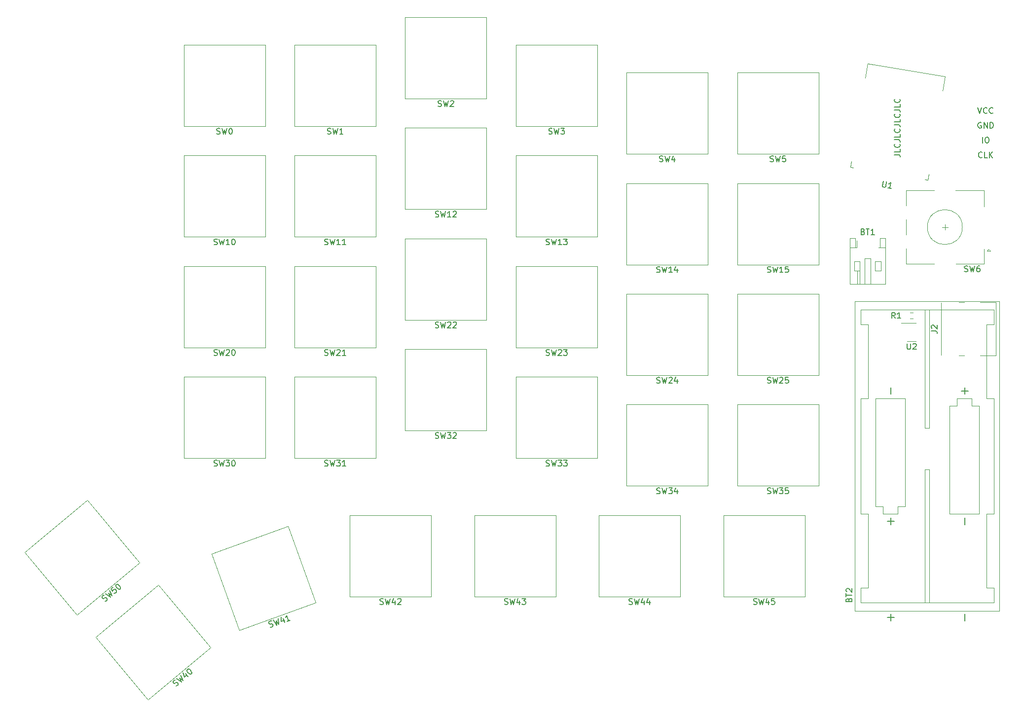
<source format=gbr>
G04 #@! TF.GenerationSoftware,KiCad,Pcbnew,(5.99.0-10089-gf88d39b4f0)*
G04 #@! TF.CreationDate,2021-04-09T11:44:42+02:00*
G04 #@! TF.ProjectId,blackwing,626c6163-6b77-4696-9e67-2e6b69636164,rev?*
G04 #@! TF.SameCoordinates,Original*
G04 #@! TF.FileFunction,Legend,Top*
G04 #@! TF.FilePolarity,Positive*
%FSLAX46Y46*%
G04 Gerber Fmt 4.6, Leading zero omitted, Abs format (unit mm)*
G04 Created by KiCad (PCBNEW (5.99.0-10089-gf88d39b4f0)) date 2021-04-09 11:44:42*
%MOMM*%
%LPD*%
G01*
G04 APERTURE LIST*
%ADD10C,0.150000*%
%ADD11C,0.120000*%
G04 APERTURE END LIST*
D10*
X149514380Y-17151547D02*
X150228666Y-17151547D01*
X150371523Y-17199166D01*
X150466761Y-17294404D01*
X150514380Y-17437261D01*
X150514380Y-17532500D01*
X150514380Y-16199166D02*
X150514380Y-16675357D01*
X149514380Y-16675357D01*
X150419142Y-15294404D02*
X150466761Y-15342023D01*
X150514380Y-15484880D01*
X150514380Y-15580119D01*
X150466761Y-15722976D01*
X150371523Y-15818214D01*
X150276285Y-15865833D01*
X150085809Y-15913452D01*
X149942952Y-15913452D01*
X149752476Y-15865833D01*
X149657238Y-15818214D01*
X149562000Y-15722976D01*
X149514380Y-15580119D01*
X149514380Y-15484880D01*
X149562000Y-15342023D01*
X149609619Y-15294404D01*
X149514380Y-14580119D02*
X150228666Y-14580119D01*
X150371523Y-14627738D01*
X150466761Y-14722976D01*
X150514380Y-14865833D01*
X150514380Y-14961071D01*
X150514380Y-13627738D02*
X150514380Y-14103928D01*
X149514380Y-14103928D01*
X150419142Y-12722976D02*
X150466761Y-12770595D01*
X150514380Y-12913452D01*
X150514380Y-13008690D01*
X150466761Y-13151547D01*
X150371523Y-13246785D01*
X150276285Y-13294404D01*
X150085809Y-13342023D01*
X149942952Y-13342023D01*
X149752476Y-13294404D01*
X149657238Y-13246785D01*
X149562000Y-13151547D01*
X149514380Y-13008690D01*
X149514380Y-12913452D01*
X149562000Y-12770595D01*
X149609619Y-12722976D01*
X149514380Y-12008690D02*
X150228666Y-12008690D01*
X150371523Y-12056309D01*
X150466761Y-12151547D01*
X150514380Y-12294404D01*
X150514380Y-12389642D01*
X150514380Y-11056309D02*
X150514380Y-11532500D01*
X149514380Y-11532500D01*
X150419142Y-10151547D02*
X150466761Y-10199166D01*
X150514380Y-10342023D01*
X150514380Y-10437261D01*
X150466761Y-10580119D01*
X150371523Y-10675357D01*
X150276285Y-10722976D01*
X150085809Y-10770595D01*
X149942952Y-10770595D01*
X149752476Y-10722976D01*
X149657238Y-10675357D01*
X149562000Y-10580119D01*
X149514380Y-10437261D01*
X149514380Y-10342023D01*
X149562000Y-10199166D01*
X149609619Y-10151547D01*
X149514380Y-9437261D02*
X150228666Y-9437261D01*
X150371523Y-9484880D01*
X150466761Y-9580119D01*
X150514380Y-9722976D01*
X150514380Y-9818214D01*
X150514380Y-8484880D02*
X150514380Y-8961071D01*
X149514380Y-8961071D01*
X150419142Y-7580119D02*
X150466761Y-7627738D01*
X150514380Y-7770595D01*
X150514380Y-7865833D01*
X150466761Y-8008690D01*
X150371523Y-8103928D01*
X150276285Y-8151547D01*
X150085809Y-8199166D01*
X149942952Y-8199166D01*
X149752476Y-8151547D01*
X149657238Y-8103928D01*
X149562000Y-8008690D01*
X149514380Y-7865833D01*
X149514380Y-7770595D01*
X149562000Y-7627738D01*
X149609619Y-7580119D01*
X127730476Y-75321261D02*
X127873333Y-75368880D01*
X128111428Y-75368880D01*
X128206666Y-75321261D01*
X128254285Y-75273642D01*
X128301904Y-75178404D01*
X128301904Y-75083166D01*
X128254285Y-74987928D01*
X128206666Y-74940309D01*
X128111428Y-74892690D01*
X127920952Y-74845071D01*
X127825714Y-74797452D01*
X127778095Y-74749833D01*
X127730476Y-74654595D01*
X127730476Y-74559357D01*
X127778095Y-74464119D01*
X127825714Y-74416500D01*
X127920952Y-74368880D01*
X128159047Y-74368880D01*
X128301904Y-74416500D01*
X128635238Y-74368880D02*
X128873333Y-75368880D01*
X129063809Y-74654595D01*
X129254285Y-75368880D01*
X129492380Y-74368880D01*
X129778095Y-74368880D02*
X130397142Y-74368880D01*
X130063809Y-74749833D01*
X130206666Y-74749833D01*
X130301904Y-74797452D01*
X130349523Y-74845071D01*
X130397142Y-74940309D01*
X130397142Y-75178404D01*
X130349523Y-75273642D01*
X130301904Y-75321261D01*
X130206666Y-75368880D01*
X129920952Y-75368880D01*
X129825714Y-75321261D01*
X129778095Y-75273642D01*
X131301904Y-74368880D02*
X130825714Y-74368880D01*
X130778095Y-74845071D01*
X130825714Y-74797452D01*
X130920952Y-74749833D01*
X131159047Y-74749833D01*
X131254285Y-74797452D01*
X131301904Y-74845071D01*
X131349523Y-74940309D01*
X131349523Y-75178404D01*
X131301904Y-75273642D01*
X131254285Y-75321261D01*
X131159047Y-75368880D01*
X130920952Y-75368880D01*
X130825714Y-75321261D01*
X130778095Y-75273642D01*
X14024759Y-93819713D02*
X14164803Y-93764364D01*
X14347194Y-93611319D01*
X14389542Y-93513623D01*
X14395411Y-93446536D01*
X14370672Y-93342970D01*
X14309454Y-93270014D01*
X14211758Y-93227666D01*
X14144670Y-93221797D01*
X14041105Y-93246536D01*
X13864583Y-93332494D01*
X13761017Y-93357233D01*
X13693930Y-93351364D01*
X13596234Y-93309016D01*
X13535016Y-93236060D01*
X13510276Y-93132494D01*
X13516146Y-93065407D01*
X13558493Y-92967711D01*
X13740885Y-92814666D01*
X13880929Y-92759318D01*
X14105668Y-92508577D02*
X14930847Y-93121576D01*
X14617626Y-92451966D01*
X15222674Y-92876705D01*
X14762277Y-91957616D01*
X15418887Y-91406655D02*
X15054104Y-91712744D01*
X15323715Y-92108136D01*
X15329584Y-92041049D01*
X15371932Y-91943353D01*
X15554324Y-91790308D01*
X15657889Y-91765569D01*
X15724976Y-91771438D01*
X15822672Y-91813786D01*
X15975717Y-91996177D01*
X16000457Y-92099743D01*
X15994587Y-92166830D01*
X15952240Y-92264526D01*
X15769848Y-92417571D01*
X15666283Y-92442311D01*
X15599195Y-92436441D01*
X15929583Y-90978130D02*
X16002540Y-90916912D01*
X16106105Y-90892173D01*
X16173193Y-90898042D01*
X16270889Y-90940390D01*
X16429803Y-91055694D01*
X16582848Y-91238085D01*
X16668805Y-91414608D01*
X16693545Y-91518173D01*
X16687675Y-91585260D01*
X16645327Y-91682957D01*
X16572371Y-91744174D01*
X16468805Y-91768914D01*
X16401718Y-91763045D01*
X16304022Y-91720697D01*
X16145108Y-91605393D01*
X15992063Y-91423001D01*
X15906106Y-91246479D01*
X15881366Y-91142913D01*
X15887236Y-91075826D01*
X15929583Y-90978130D01*
X103980476Y-94321261D02*
X104123333Y-94368880D01*
X104361428Y-94368880D01*
X104456666Y-94321261D01*
X104504285Y-94273642D01*
X104551904Y-94178404D01*
X104551904Y-94083166D01*
X104504285Y-93987928D01*
X104456666Y-93940309D01*
X104361428Y-93892690D01*
X104170952Y-93845071D01*
X104075714Y-93797452D01*
X104028095Y-93749833D01*
X103980476Y-93654595D01*
X103980476Y-93559357D01*
X104028095Y-93464119D01*
X104075714Y-93416500D01*
X104170952Y-93368880D01*
X104409047Y-93368880D01*
X104551904Y-93416500D01*
X104885238Y-93368880D02*
X105123333Y-94368880D01*
X105313809Y-93654595D01*
X105504285Y-94368880D01*
X105742380Y-93368880D01*
X106551904Y-93702214D02*
X106551904Y-94368880D01*
X106313809Y-93321261D02*
X106075714Y-94035547D01*
X106694761Y-94035547D01*
X107504285Y-93702214D02*
X107504285Y-94368880D01*
X107266190Y-93321261D02*
X107028095Y-94035547D01*
X107647142Y-94035547D01*
X108730476Y-75321261D02*
X108873333Y-75368880D01*
X109111428Y-75368880D01*
X109206666Y-75321261D01*
X109254285Y-75273642D01*
X109301904Y-75178404D01*
X109301904Y-75083166D01*
X109254285Y-74987928D01*
X109206666Y-74940309D01*
X109111428Y-74892690D01*
X108920952Y-74845071D01*
X108825714Y-74797452D01*
X108778095Y-74749833D01*
X108730476Y-74654595D01*
X108730476Y-74559357D01*
X108778095Y-74464119D01*
X108825714Y-74416500D01*
X108920952Y-74368880D01*
X109159047Y-74368880D01*
X109301904Y-74416500D01*
X109635238Y-74368880D02*
X109873333Y-75368880D01*
X110063809Y-74654595D01*
X110254285Y-75368880D01*
X110492380Y-74368880D01*
X110778095Y-74368880D02*
X111397142Y-74368880D01*
X111063809Y-74749833D01*
X111206666Y-74749833D01*
X111301904Y-74797452D01*
X111349523Y-74845071D01*
X111397142Y-74940309D01*
X111397142Y-75178404D01*
X111349523Y-75273642D01*
X111301904Y-75321261D01*
X111206666Y-75368880D01*
X110920952Y-75368880D01*
X110825714Y-75321261D01*
X110778095Y-75273642D01*
X112254285Y-74702214D02*
X112254285Y-75368880D01*
X112016190Y-74321261D02*
X111778095Y-75035547D01*
X112397142Y-75035547D01*
X26237309Y-108374539D02*
X26377353Y-108319190D01*
X26559744Y-108166145D01*
X26602092Y-108068449D01*
X26607961Y-108001362D01*
X26583222Y-107897796D01*
X26522004Y-107824840D01*
X26424308Y-107782492D01*
X26357220Y-107776623D01*
X26253655Y-107801362D01*
X26077133Y-107887320D01*
X25973567Y-107912059D01*
X25906480Y-107906190D01*
X25808784Y-107863842D01*
X25747566Y-107790886D01*
X25722826Y-107687320D01*
X25728696Y-107620233D01*
X25771043Y-107522537D01*
X25953435Y-107369492D01*
X26093479Y-107314144D01*
X26318218Y-107063403D02*
X27143397Y-107676402D01*
X26830176Y-107006792D01*
X27435224Y-107431531D01*
X26974827Y-106512442D01*
X27809221Y-106247438D02*
X28237746Y-106758134D01*
X27381958Y-106108656D02*
X27658701Y-106808876D01*
X28132919Y-106410960D01*
X28142133Y-105532956D02*
X28215090Y-105471738D01*
X28318655Y-105446999D01*
X28385743Y-105452868D01*
X28483439Y-105495216D01*
X28642353Y-105610520D01*
X28795398Y-105792911D01*
X28881355Y-105969434D01*
X28906095Y-106072999D01*
X28900225Y-106140086D01*
X28857877Y-106237783D01*
X28784921Y-106299000D01*
X28681355Y-106323740D01*
X28614268Y-106317871D01*
X28516572Y-106275523D01*
X28357658Y-106160219D01*
X28204613Y-105977827D01*
X28118656Y-105801305D01*
X28093916Y-105697739D01*
X28099786Y-105630652D01*
X28142133Y-105532956D01*
X42385420Y-98262885D02*
X42535949Y-98258772D01*
X42759685Y-98177339D01*
X42832893Y-98100018D01*
X42861353Y-98038984D01*
X42873527Y-97933203D01*
X42840954Y-97843708D01*
X42763633Y-97770501D01*
X42702599Y-97742040D01*
X42596818Y-97729866D01*
X42401542Y-97750265D01*
X42295761Y-97738092D01*
X42234727Y-97709631D01*
X42157407Y-97636423D01*
X42124833Y-97546929D01*
X42137007Y-97441147D01*
X42165468Y-97380113D01*
X42238676Y-97302793D01*
X42462412Y-97221359D01*
X42612940Y-97217247D01*
X42909885Y-97058493D02*
X43475641Y-97916752D01*
X43410330Y-97180396D01*
X43833619Y-97786459D01*
X43715335Y-96765333D01*
X44590046Y-96801690D02*
X44818059Y-97428152D01*
X44236016Y-96525145D02*
X44256580Y-97277788D01*
X44838294Y-97066061D01*
X45802499Y-97069845D02*
X45265532Y-97265285D01*
X45534015Y-97167565D02*
X45191995Y-96227872D01*
X45151361Y-96394688D01*
X45094440Y-96516755D01*
X45021232Y-96594076D01*
X61230476Y-94321261D02*
X61373333Y-94368880D01*
X61611428Y-94368880D01*
X61706666Y-94321261D01*
X61754285Y-94273642D01*
X61801904Y-94178404D01*
X61801904Y-94083166D01*
X61754285Y-93987928D01*
X61706666Y-93940309D01*
X61611428Y-93892690D01*
X61420952Y-93845071D01*
X61325714Y-93797452D01*
X61278095Y-93749833D01*
X61230476Y-93654595D01*
X61230476Y-93559357D01*
X61278095Y-93464119D01*
X61325714Y-93416500D01*
X61420952Y-93368880D01*
X61659047Y-93368880D01*
X61801904Y-93416500D01*
X62135238Y-93368880D02*
X62373333Y-94368880D01*
X62563809Y-93654595D01*
X62754285Y-94368880D01*
X62992380Y-93368880D01*
X63801904Y-93702214D02*
X63801904Y-94368880D01*
X63563809Y-93321261D02*
X63325714Y-94035547D01*
X63944761Y-94035547D01*
X64278095Y-93464119D02*
X64325714Y-93416500D01*
X64420952Y-93368880D01*
X64659047Y-93368880D01*
X64754285Y-93416500D01*
X64801904Y-93464119D01*
X64849523Y-93559357D01*
X64849523Y-93654595D01*
X64801904Y-93797452D01*
X64230476Y-94368880D01*
X64849523Y-94368880D01*
X82605476Y-94321261D02*
X82748333Y-94368880D01*
X82986428Y-94368880D01*
X83081666Y-94321261D01*
X83129285Y-94273642D01*
X83176904Y-94178404D01*
X83176904Y-94083166D01*
X83129285Y-93987928D01*
X83081666Y-93940309D01*
X82986428Y-93892690D01*
X82795952Y-93845071D01*
X82700714Y-93797452D01*
X82653095Y-93749833D01*
X82605476Y-93654595D01*
X82605476Y-93559357D01*
X82653095Y-93464119D01*
X82700714Y-93416500D01*
X82795952Y-93368880D01*
X83034047Y-93368880D01*
X83176904Y-93416500D01*
X83510238Y-93368880D02*
X83748333Y-94368880D01*
X83938809Y-93654595D01*
X84129285Y-94368880D01*
X84367380Y-93368880D01*
X85176904Y-93702214D02*
X85176904Y-94368880D01*
X84938809Y-93321261D02*
X84700714Y-94035547D01*
X85319761Y-94035547D01*
X85605476Y-93368880D02*
X86224523Y-93368880D01*
X85891190Y-93749833D01*
X86034047Y-93749833D01*
X86129285Y-93797452D01*
X86176904Y-93845071D01*
X86224523Y-93940309D01*
X86224523Y-94178404D01*
X86176904Y-94273642D01*
X86129285Y-94321261D01*
X86034047Y-94368880D01*
X85748333Y-94368880D01*
X85653095Y-94321261D01*
X85605476Y-94273642D01*
X125355476Y-94321261D02*
X125498333Y-94368880D01*
X125736428Y-94368880D01*
X125831666Y-94321261D01*
X125879285Y-94273642D01*
X125926904Y-94178404D01*
X125926904Y-94083166D01*
X125879285Y-93987928D01*
X125831666Y-93940309D01*
X125736428Y-93892690D01*
X125545952Y-93845071D01*
X125450714Y-93797452D01*
X125403095Y-93749833D01*
X125355476Y-93654595D01*
X125355476Y-93559357D01*
X125403095Y-93464119D01*
X125450714Y-93416500D01*
X125545952Y-93368880D01*
X125784047Y-93368880D01*
X125926904Y-93416500D01*
X126260238Y-93368880D02*
X126498333Y-94368880D01*
X126688809Y-93654595D01*
X126879285Y-94368880D01*
X127117380Y-93368880D01*
X127926904Y-93702214D02*
X127926904Y-94368880D01*
X127688809Y-93321261D02*
X127450714Y-94035547D01*
X128069761Y-94035547D01*
X128926904Y-93368880D02*
X128450714Y-93368880D01*
X128403095Y-93845071D01*
X128450714Y-93797452D01*
X128545952Y-93749833D01*
X128784047Y-93749833D01*
X128879285Y-93797452D01*
X128926904Y-93845071D01*
X128974523Y-93940309D01*
X128974523Y-94178404D01*
X128926904Y-94273642D01*
X128879285Y-94321261D01*
X128784047Y-94368880D01*
X128545952Y-94368880D01*
X128450714Y-94321261D01*
X128403095Y-94273642D01*
X164656190Y-15152880D02*
X164656190Y-14152880D01*
X165322857Y-14152880D02*
X165513333Y-14152880D01*
X165608571Y-14200500D01*
X165703809Y-14295738D01*
X165751428Y-14486214D01*
X165751428Y-14819547D01*
X165703809Y-15010023D01*
X165608571Y-15105261D01*
X165513333Y-15152880D01*
X165322857Y-15152880D01*
X165227619Y-15105261D01*
X165132380Y-15010023D01*
X165084761Y-14819547D01*
X165084761Y-14486214D01*
X165132380Y-14295738D01*
X165227619Y-14200500D01*
X165322857Y-14152880D01*
X164584761Y-17597642D02*
X164537142Y-17645261D01*
X164394285Y-17692880D01*
X164299047Y-17692880D01*
X164156190Y-17645261D01*
X164060952Y-17550023D01*
X164013333Y-17454785D01*
X163965714Y-17264309D01*
X163965714Y-17121452D01*
X164013333Y-16930976D01*
X164060952Y-16835738D01*
X164156190Y-16740500D01*
X164299047Y-16692880D01*
X164394285Y-16692880D01*
X164537142Y-16740500D01*
X164584761Y-16788119D01*
X165489523Y-17692880D02*
X165013333Y-17692880D01*
X165013333Y-16692880D01*
X165822857Y-17692880D02*
X165822857Y-16692880D01*
X166394285Y-17692880D02*
X165965714Y-17121452D01*
X166394285Y-16692880D02*
X165822857Y-17264309D01*
X164418095Y-11660500D02*
X164322857Y-11612880D01*
X164180000Y-11612880D01*
X164037142Y-11660500D01*
X163941904Y-11755738D01*
X163894285Y-11850976D01*
X163846666Y-12041452D01*
X163846666Y-12184309D01*
X163894285Y-12374785D01*
X163941904Y-12470023D01*
X164037142Y-12565261D01*
X164180000Y-12612880D01*
X164275238Y-12612880D01*
X164418095Y-12565261D01*
X164465714Y-12517642D01*
X164465714Y-12184309D01*
X164275238Y-12184309D01*
X164894285Y-12612880D02*
X164894285Y-11612880D01*
X165465714Y-12612880D01*
X165465714Y-11612880D01*
X165941904Y-12612880D02*
X165941904Y-11612880D01*
X166180000Y-11612880D01*
X166322857Y-11660500D01*
X166418095Y-11755738D01*
X166465714Y-11850976D01*
X166513333Y-12041452D01*
X166513333Y-12184309D01*
X166465714Y-12374785D01*
X166418095Y-12470023D01*
X166322857Y-12565261D01*
X166180000Y-12612880D01*
X165941904Y-12612880D01*
X163846666Y-9072880D02*
X164180000Y-10072880D01*
X164513333Y-9072880D01*
X165418095Y-9977642D02*
X165370476Y-10025261D01*
X165227619Y-10072880D01*
X165132380Y-10072880D01*
X164989523Y-10025261D01*
X164894285Y-9930023D01*
X164846666Y-9834785D01*
X164799047Y-9644309D01*
X164799047Y-9501452D01*
X164846666Y-9310976D01*
X164894285Y-9215738D01*
X164989523Y-9120500D01*
X165132380Y-9072880D01*
X165227619Y-9072880D01*
X165370476Y-9120500D01*
X165418095Y-9168119D01*
X166418095Y-9977642D02*
X166370476Y-10025261D01*
X166227619Y-10072880D01*
X166132380Y-10072880D01*
X165989523Y-10025261D01*
X165894285Y-9930023D01*
X165846666Y-9834785D01*
X165799047Y-9644309D01*
X165799047Y-9501452D01*
X165846666Y-9310976D01*
X165894285Y-9215738D01*
X165989523Y-9120500D01*
X166132380Y-9072880D01*
X166227619Y-9072880D01*
X166370476Y-9120500D01*
X166418095Y-9168119D01*
X51730476Y-51571261D02*
X51873333Y-51618880D01*
X52111428Y-51618880D01*
X52206666Y-51571261D01*
X52254285Y-51523642D01*
X52301904Y-51428404D01*
X52301904Y-51333166D01*
X52254285Y-51237928D01*
X52206666Y-51190309D01*
X52111428Y-51142690D01*
X51920952Y-51095071D01*
X51825714Y-51047452D01*
X51778095Y-50999833D01*
X51730476Y-50904595D01*
X51730476Y-50809357D01*
X51778095Y-50714119D01*
X51825714Y-50666500D01*
X51920952Y-50618880D01*
X52159047Y-50618880D01*
X52301904Y-50666500D01*
X52635238Y-50618880D02*
X52873333Y-51618880D01*
X53063809Y-50904595D01*
X53254285Y-51618880D01*
X53492380Y-50618880D01*
X53825714Y-50714119D02*
X53873333Y-50666500D01*
X53968571Y-50618880D01*
X54206666Y-50618880D01*
X54301904Y-50666500D01*
X54349523Y-50714119D01*
X54397142Y-50809357D01*
X54397142Y-50904595D01*
X54349523Y-51047452D01*
X53778095Y-51618880D01*
X54397142Y-51618880D01*
X55349523Y-51618880D02*
X54778095Y-51618880D01*
X55063809Y-51618880D02*
X55063809Y-50618880D01*
X54968571Y-50761738D01*
X54873333Y-50856976D01*
X54778095Y-50904595D01*
X32730476Y-51571261D02*
X32873333Y-51618880D01*
X33111428Y-51618880D01*
X33206666Y-51571261D01*
X33254285Y-51523642D01*
X33301904Y-51428404D01*
X33301904Y-51333166D01*
X33254285Y-51237928D01*
X33206666Y-51190309D01*
X33111428Y-51142690D01*
X32920952Y-51095071D01*
X32825714Y-51047452D01*
X32778095Y-50999833D01*
X32730476Y-50904595D01*
X32730476Y-50809357D01*
X32778095Y-50714119D01*
X32825714Y-50666500D01*
X32920952Y-50618880D01*
X33159047Y-50618880D01*
X33301904Y-50666500D01*
X33635238Y-50618880D02*
X33873333Y-51618880D01*
X34063809Y-50904595D01*
X34254285Y-51618880D01*
X34492380Y-50618880D01*
X34825714Y-50714119D02*
X34873333Y-50666500D01*
X34968571Y-50618880D01*
X35206666Y-50618880D01*
X35301904Y-50666500D01*
X35349523Y-50714119D01*
X35397142Y-50809357D01*
X35397142Y-50904595D01*
X35349523Y-51047452D01*
X34778095Y-51618880D01*
X35397142Y-51618880D01*
X36016190Y-50618880D02*
X36111428Y-50618880D01*
X36206666Y-50666500D01*
X36254285Y-50714119D01*
X36301904Y-50809357D01*
X36349523Y-50999833D01*
X36349523Y-51237928D01*
X36301904Y-51428404D01*
X36254285Y-51523642D01*
X36206666Y-51571261D01*
X36111428Y-51618880D01*
X36016190Y-51618880D01*
X35920952Y-51571261D01*
X35873333Y-51523642D01*
X35825714Y-51428404D01*
X35778095Y-51237928D01*
X35778095Y-50999833D01*
X35825714Y-50809357D01*
X35873333Y-50714119D01*
X35920952Y-50666500D01*
X36016190Y-50618880D01*
X127730476Y-37321261D02*
X127873333Y-37368880D01*
X128111428Y-37368880D01*
X128206666Y-37321261D01*
X128254285Y-37273642D01*
X128301904Y-37178404D01*
X128301904Y-37083166D01*
X128254285Y-36987928D01*
X128206666Y-36940309D01*
X128111428Y-36892690D01*
X127920952Y-36845071D01*
X127825714Y-36797452D01*
X127778095Y-36749833D01*
X127730476Y-36654595D01*
X127730476Y-36559357D01*
X127778095Y-36464119D01*
X127825714Y-36416500D01*
X127920952Y-36368880D01*
X128159047Y-36368880D01*
X128301904Y-36416500D01*
X128635238Y-36368880D02*
X128873333Y-37368880D01*
X129063809Y-36654595D01*
X129254285Y-37368880D01*
X129492380Y-36368880D01*
X130397142Y-37368880D02*
X129825714Y-37368880D01*
X130111428Y-37368880D02*
X130111428Y-36368880D01*
X130016190Y-36511738D01*
X129920952Y-36606976D01*
X129825714Y-36654595D01*
X131301904Y-36368880D02*
X130825714Y-36368880D01*
X130778095Y-36845071D01*
X130825714Y-36797452D01*
X130920952Y-36749833D01*
X131159047Y-36749833D01*
X131254285Y-36797452D01*
X131301904Y-36845071D01*
X131349523Y-36940309D01*
X131349523Y-37178404D01*
X131301904Y-37273642D01*
X131254285Y-37321261D01*
X131159047Y-37368880D01*
X130920952Y-37368880D01*
X130825714Y-37321261D01*
X130778095Y-37273642D01*
X108730476Y-37321261D02*
X108873333Y-37368880D01*
X109111428Y-37368880D01*
X109206666Y-37321261D01*
X109254285Y-37273642D01*
X109301904Y-37178404D01*
X109301904Y-37083166D01*
X109254285Y-36987928D01*
X109206666Y-36940309D01*
X109111428Y-36892690D01*
X108920952Y-36845071D01*
X108825714Y-36797452D01*
X108778095Y-36749833D01*
X108730476Y-36654595D01*
X108730476Y-36559357D01*
X108778095Y-36464119D01*
X108825714Y-36416500D01*
X108920952Y-36368880D01*
X109159047Y-36368880D01*
X109301904Y-36416500D01*
X109635238Y-36368880D02*
X109873333Y-37368880D01*
X110063809Y-36654595D01*
X110254285Y-37368880D01*
X110492380Y-36368880D01*
X111397142Y-37368880D02*
X110825714Y-37368880D01*
X111111428Y-37368880D02*
X111111428Y-36368880D01*
X111016190Y-36511738D01*
X110920952Y-36606976D01*
X110825714Y-36654595D01*
X112254285Y-36702214D02*
X112254285Y-37368880D01*
X112016190Y-36321261D02*
X111778095Y-37035547D01*
X112397142Y-37035547D01*
X89730476Y-32571261D02*
X89873333Y-32618880D01*
X90111428Y-32618880D01*
X90206666Y-32571261D01*
X90254285Y-32523642D01*
X90301904Y-32428404D01*
X90301904Y-32333166D01*
X90254285Y-32237928D01*
X90206666Y-32190309D01*
X90111428Y-32142690D01*
X89920952Y-32095071D01*
X89825714Y-32047452D01*
X89778095Y-31999833D01*
X89730476Y-31904595D01*
X89730476Y-31809357D01*
X89778095Y-31714119D01*
X89825714Y-31666500D01*
X89920952Y-31618880D01*
X90159047Y-31618880D01*
X90301904Y-31666500D01*
X90635238Y-31618880D02*
X90873333Y-32618880D01*
X91063809Y-31904595D01*
X91254285Y-32618880D01*
X91492380Y-31618880D01*
X92397142Y-32618880D02*
X91825714Y-32618880D01*
X92111428Y-32618880D02*
X92111428Y-31618880D01*
X92016190Y-31761738D01*
X91920952Y-31856976D01*
X91825714Y-31904595D01*
X92730476Y-31618880D02*
X93349523Y-31618880D01*
X93016190Y-31999833D01*
X93159047Y-31999833D01*
X93254285Y-32047452D01*
X93301904Y-32095071D01*
X93349523Y-32190309D01*
X93349523Y-32428404D01*
X93301904Y-32523642D01*
X93254285Y-32571261D01*
X93159047Y-32618880D01*
X92873333Y-32618880D01*
X92778095Y-32571261D01*
X92730476Y-32523642D01*
X70730476Y-27821261D02*
X70873333Y-27868880D01*
X71111428Y-27868880D01*
X71206666Y-27821261D01*
X71254285Y-27773642D01*
X71301904Y-27678404D01*
X71301904Y-27583166D01*
X71254285Y-27487928D01*
X71206666Y-27440309D01*
X71111428Y-27392690D01*
X70920952Y-27345071D01*
X70825714Y-27297452D01*
X70778095Y-27249833D01*
X70730476Y-27154595D01*
X70730476Y-27059357D01*
X70778095Y-26964119D01*
X70825714Y-26916500D01*
X70920952Y-26868880D01*
X71159047Y-26868880D01*
X71301904Y-26916500D01*
X71635238Y-26868880D02*
X71873333Y-27868880D01*
X72063809Y-27154595D01*
X72254285Y-27868880D01*
X72492380Y-26868880D01*
X73397142Y-27868880D02*
X72825714Y-27868880D01*
X73111428Y-27868880D02*
X73111428Y-26868880D01*
X73016190Y-27011738D01*
X72920952Y-27106976D01*
X72825714Y-27154595D01*
X73778095Y-26964119D02*
X73825714Y-26916500D01*
X73920952Y-26868880D01*
X74159047Y-26868880D01*
X74254285Y-26916500D01*
X74301904Y-26964119D01*
X74349523Y-27059357D01*
X74349523Y-27154595D01*
X74301904Y-27297452D01*
X73730476Y-27868880D01*
X74349523Y-27868880D01*
X51730476Y-32571261D02*
X51873333Y-32618880D01*
X52111428Y-32618880D01*
X52206666Y-32571261D01*
X52254285Y-32523642D01*
X52301904Y-32428404D01*
X52301904Y-32333166D01*
X52254285Y-32237928D01*
X52206666Y-32190309D01*
X52111428Y-32142690D01*
X51920952Y-32095071D01*
X51825714Y-32047452D01*
X51778095Y-31999833D01*
X51730476Y-31904595D01*
X51730476Y-31809357D01*
X51778095Y-31714119D01*
X51825714Y-31666500D01*
X51920952Y-31618880D01*
X52159047Y-31618880D01*
X52301904Y-31666500D01*
X52635238Y-31618880D02*
X52873333Y-32618880D01*
X53063809Y-31904595D01*
X53254285Y-32618880D01*
X53492380Y-31618880D01*
X54397142Y-32618880D02*
X53825714Y-32618880D01*
X54111428Y-32618880D02*
X54111428Y-31618880D01*
X54016190Y-31761738D01*
X53920952Y-31856976D01*
X53825714Y-31904595D01*
X55349523Y-32618880D02*
X54778095Y-32618880D01*
X55063809Y-32618880D02*
X55063809Y-31618880D01*
X54968571Y-31761738D01*
X54873333Y-31856976D01*
X54778095Y-31904595D01*
X32730476Y-32571261D02*
X32873333Y-32618880D01*
X33111428Y-32618880D01*
X33206666Y-32571261D01*
X33254285Y-32523642D01*
X33301904Y-32428404D01*
X33301904Y-32333166D01*
X33254285Y-32237928D01*
X33206666Y-32190309D01*
X33111428Y-32142690D01*
X32920952Y-32095071D01*
X32825714Y-32047452D01*
X32778095Y-31999833D01*
X32730476Y-31904595D01*
X32730476Y-31809357D01*
X32778095Y-31714119D01*
X32825714Y-31666500D01*
X32920952Y-31618880D01*
X33159047Y-31618880D01*
X33301904Y-31666500D01*
X33635238Y-31618880D02*
X33873333Y-32618880D01*
X34063809Y-31904595D01*
X34254285Y-32618880D01*
X34492380Y-31618880D01*
X35397142Y-32618880D02*
X34825714Y-32618880D01*
X35111428Y-32618880D02*
X35111428Y-31618880D01*
X35016190Y-31761738D01*
X34920952Y-31856976D01*
X34825714Y-31904595D01*
X36016190Y-31618880D02*
X36111428Y-31618880D01*
X36206666Y-31666500D01*
X36254285Y-31714119D01*
X36301904Y-31809357D01*
X36349523Y-31999833D01*
X36349523Y-32237928D01*
X36301904Y-32428404D01*
X36254285Y-32523642D01*
X36206666Y-32571261D01*
X36111428Y-32618880D01*
X36016190Y-32618880D01*
X35920952Y-32571261D01*
X35873333Y-32523642D01*
X35825714Y-32428404D01*
X35778095Y-32237928D01*
X35778095Y-31999833D01*
X35825714Y-31809357D01*
X35873333Y-31714119D01*
X35920952Y-31666500D01*
X36016190Y-31618880D01*
X128206666Y-18321261D02*
X128349523Y-18368880D01*
X128587619Y-18368880D01*
X128682857Y-18321261D01*
X128730476Y-18273642D01*
X128778095Y-18178404D01*
X128778095Y-18083166D01*
X128730476Y-17987928D01*
X128682857Y-17940309D01*
X128587619Y-17892690D01*
X128397142Y-17845071D01*
X128301904Y-17797452D01*
X128254285Y-17749833D01*
X128206666Y-17654595D01*
X128206666Y-17559357D01*
X128254285Y-17464119D01*
X128301904Y-17416500D01*
X128397142Y-17368880D01*
X128635238Y-17368880D01*
X128778095Y-17416500D01*
X129111428Y-17368880D02*
X129349523Y-18368880D01*
X129540000Y-17654595D01*
X129730476Y-18368880D01*
X129968571Y-17368880D01*
X130825714Y-17368880D02*
X130349523Y-17368880D01*
X130301904Y-17845071D01*
X130349523Y-17797452D01*
X130444761Y-17749833D01*
X130682857Y-17749833D01*
X130778095Y-17797452D01*
X130825714Y-17845071D01*
X130873333Y-17940309D01*
X130873333Y-18178404D01*
X130825714Y-18273642D01*
X130778095Y-18321261D01*
X130682857Y-18368880D01*
X130444761Y-18368880D01*
X130349523Y-18321261D01*
X130301904Y-18273642D01*
X109206666Y-18321261D02*
X109349523Y-18368880D01*
X109587619Y-18368880D01*
X109682857Y-18321261D01*
X109730476Y-18273642D01*
X109778095Y-18178404D01*
X109778095Y-18083166D01*
X109730476Y-17987928D01*
X109682857Y-17940309D01*
X109587619Y-17892690D01*
X109397142Y-17845071D01*
X109301904Y-17797452D01*
X109254285Y-17749833D01*
X109206666Y-17654595D01*
X109206666Y-17559357D01*
X109254285Y-17464119D01*
X109301904Y-17416500D01*
X109397142Y-17368880D01*
X109635238Y-17368880D01*
X109778095Y-17416500D01*
X110111428Y-17368880D02*
X110349523Y-18368880D01*
X110540000Y-17654595D01*
X110730476Y-18368880D01*
X110968571Y-17368880D01*
X111778095Y-17702214D02*
X111778095Y-18368880D01*
X111540000Y-17321261D02*
X111301904Y-18035547D01*
X111920952Y-18035547D01*
X90206666Y-13571261D02*
X90349523Y-13618880D01*
X90587619Y-13618880D01*
X90682857Y-13571261D01*
X90730476Y-13523642D01*
X90778095Y-13428404D01*
X90778095Y-13333166D01*
X90730476Y-13237928D01*
X90682857Y-13190309D01*
X90587619Y-13142690D01*
X90397142Y-13095071D01*
X90301904Y-13047452D01*
X90254285Y-12999833D01*
X90206666Y-12904595D01*
X90206666Y-12809357D01*
X90254285Y-12714119D01*
X90301904Y-12666500D01*
X90397142Y-12618880D01*
X90635238Y-12618880D01*
X90778095Y-12666500D01*
X91111428Y-12618880D02*
X91349523Y-13618880D01*
X91540000Y-12904595D01*
X91730476Y-13618880D01*
X91968571Y-12618880D01*
X92254285Y-12618880D02*
X92873333Y-12618880D01*
X92540000Y-12999833D01*
X92682857Y-12999833D01*
X92778095Y-13047452D01*
X92825714Y-13095071D01*
X92873333Y-13190309D01*
X92873333Y-13428404D01*
X92825714Y-13523642D01*
X92778095Y-13571261D01*
X92682857Y-13618880D01*
X92397142Y-13618880D01*
X92301904Y-13571261D01*
X92254285Y-13523642D01*
X71206666Y-8821261D02*
X71349523Y-8868880D01*
X71587619Y-8868880D01*
X71682857Y-8821261D01*
X71730476Y-8773642D01*
X71778095Y-8678404D01*
X71778095Y-8583166D01*
X71730476Y-8487928D01*
X71682857Y-8440309D01*
X71587619Y-8392690D01*
X71397142Y-8345071D01*
X71301904Y-8297452D01*
X71254285Y-8249833D01*
X71206666Y-8154595D01*
X71206666Y-8059357D01*
X71254285Y-7964119D01*
X71301904Y-7916500D01*
X71397142Y-7868880D01*
X71635238Y-7868880D01*
X71778095Y-7916500D01*
X72111428Y-7868880D02*
X72349523Y-8868880D01*
X72540000Y-8154595D01*
X72730476Y-8868880D01*
X72968571Y-7868880D01*
X73301904Y-7964119D02*
X73349523Y-7916500D01*
X73444761Y-7868880D01*
X73682857Y-7868880D01*
X73778095Y-7916500D01*
X73825714Y-7964119D01*
X73873333Y-8059357D01*
X73873333Y-8154595D01*
X73825714Y-8297452D01*
X73254285Y-8868880D01*
X73873333Y-8868880D01*
X52206666Y-13571261D02*
X52349523Y-13618880D01*
X52587619Y-13618880D01*
X52682857Y-13571261D01*
X52730476Y-13523642D01*
X52778095Y-13428404D01*
X52778095Y-13333166D01*
X52730476Y-13237928D01*
X52682857Y-13190309D01*
X52587619Y-13142690D01*
X52397142Y-13095071D01*
X52301904Y-13047452D01*
X52254285Y-12999833D01*
X52206666Y-12904595D01*
X52206666Y-12809357D01*
X52254285Y-12714119D01*
X52301904Y-12666500D01*
X52397142Y-12618880D01*
X52635238Y-12618880D01*
X52778095Y-12666500D01*
X53111428Y-12618880D02*
X53349523Y-13618880D01*
X53540000Y-12904595D01*
X53730476Y-13618880D01*
X53968571Y-12618880D01*
X54873333Y-13618880D02*
X54301904Y-13618880D01*
X54587619Y-13618880D02*
X54587619Y-12618880D01*
X54492380Y-12761738D01*
X54397142Y-12856976D01*
X54301904Y-12904595D01*
X33206666Y-13571261D02*
X33349523Y-13618880D01*
X33587619Y-13618880D01*
X33682857Y-13571261D01*
X33730476Y-13523642D01*
X33778095Y-13428404D01*
X33778095Y-13333166D01*
X33730476Y-13237928D01*
X33682857Y-13190309D01*
X33587619Y-13142690D01*
X33397142Y-13095071D01*
X33301904Y-13047452D01*
X33254285Y-12999833D01*
X33206666Y-12904595D01*
X33206666Y-12809357D01*
X33254285Y-12714119D01*
X33301904Y-12666500D01*
X33397142Y-12618880D01*
X33635238Y-12618880D01*
X33778095Y-12666500D01*
X34111428Y-12618880D02*
X34349523Y-13618880D01*
X34540000Y-12904595D01*
X34730476Y-13618880D01*
X34968571Y-12618880D01*
X35540000Y-12618880D02*
X35635238Y-12618880D01*
X35730476Y-12666500D01*
X35778095Y-12714119D01*
X35825714Y-12809357D01*
X35873333Y-12999833D01*
X35873333Y-13237928D01*
X35825714Y-13428404D01*
X35778095Y-13523642D01*
X35730476Y-13571261D01*
X35635238Y-13618880D01*
X35540000Y-13618880D01*
X35444761Y-13571261D01*
X35397142Y-13523642D01*
X35349523Y-13428404D01*
X35301904Y-13237928D01*
X35301904Y-12999833D01*
X35349523Y-12809357D01*
X35397142Y-12714119D01*
X35444761Y-12666500D01*
X35540000Y-12618880D01*
X89730476Y-51571261D02*
X89873333Y-51618880D01*
X90111428Y-51618880D01*
X90206666Y-51571261D01*
X90254285Y-51523642D01*
X90301904Y-51428404D01*
X90301904Y-51333166D01*
X90254285Y-51237928D01*
X90206666Y-51190309D01*
X90111428Y-51142690D01*
X89920952Y-51095071D01*
X89825714Y-51047452D01*
X89778095Y-50999833D01*
X89730476Y-50904595D01*
X89730476Y-50809357D01*
X89778095Y-50714119D01*
X89825714Y-50666500D01*
X89920952Y-50618880D01*
X90159047Y-50618880D01*
X90301904Y-50666500D01*
X90635238Y-50618880D02*
X90873333Y-51618880D01*
X91063809Y-50904595D01*
X91254285Y-51618880D01*
X91492380Y-50618880D01*
X91825714Y-50714119D02*
X91873333Y-50666500D01*
X91968571Y-50618880D01*
X92206666Y-50618880D01*
X92301904Y-50666500D01*
X92349523Y-50714119D01*
X92397142Y-50809357D01*
X92397142Y-50904595D01*
X92349523Y-51047452D01*
X91778095Y-51618880D01*
X92397142Y-51618880D01*
X92730476Y-50618880D02*
X93349523Y-50618880D01*
X93016190Y-50999833D01*
X93159047Y-50999833D01*
X93254285Y-51047452D01*
X93301904Y-51095071D01*
X93349523Y-51190309D01*
X93349523Y-51428404D01*
X93301904Y-51523642D01*
X93254285Y-51571261D01*
X93159047Y-51618880D01*
X92873333Y-51618880D01*
X92778095Y-51571261D01*
X92730476Y-51523642D01*
X108730476Y-56321261D02*
X108873333Y-56368880D01*
X109111428Y-56368880D01*
X109206666Y-56321261D01*
X109254285Y-56273642D01*
X109301904Y-56178404D01*
X109301904Y-56083166D01*
X109254285Y-55987928D01*
X109206666Y-55940309D01*
X109111428Y-55892690D01*
X108920952Y-55845071D01*
X108825714Y-55797452D01*
X108778095Y-55749833D01*
X108730476Y-55654595D01*
X108730476Y-55559357D01*
X108778095Y-55464119D01*
X108825714Y-55416500D01*
X108920952Y-55368880D01*
X109159047Y-55368880D01*
X109301904Y-55416500D01*
X109635238Y-55368880D02*
X109873333Y-56368880D01*
X110063809Y-55654595D01*
X110254285Y-56368880D01*
X110492380Y-55368880D01*
X110825714Y-55464119D02*
X110873333Y-55416500D01*
X110968571Y-55368880D01*
X111206666Y-55368880D01*
X111301904Y-55416500D01*
X111349523Y-55464119D01*
X111397142Y-55559357D01*
X111397142Y-55654595D01*
X111349523Y-55797452D01*
X110778095Y-56368880D01*
X111397142Y-56368880D01*
X112254285Y-55702214D02*
X112254285Y-56368880D01*
X112016190Y-55321261D02*
X111778095Y-56035547D01*
X112397142Y-56035547D01*
X127730476Y-56321261D02*
X127873333Y-56368880D01*
X128111428Y-56368880D01*
X128206666Y-56321261D01*
X128254285Y-56273642D01*
X128301904Y-56178404D01*
X128301904Y-56083166D01*
X128254285Y-55987928D01*
X128206666Y-55940309D01*
X128111428Y-55892690D01*
X127920952Y-55845071D01*
X127825714Y-55797452D01*
X127778095Y-55749833D01*
X127730476Y-55654595D01*
X127730476Y-55559357D01*
X127778095Y-55464119D01*
X127825714Y-55416500D01*
X127920952Y-55368880D01*
X128159047Y-55368880D01*
X128301904Y-55416500D01*
X128635238Y-55368880D02*
X128873333Y-56368880D01*
X129063809Y-55654595D01*
X129254285Y-56368880D01*
X129492380Y-55368880D01*
X129825714Y-55464119D02*
X129873333Y-55416500D01*
X129968571Y-55368880D01*
X130206666Y-55368880D01*
X130301904Y-55416500D01*
X130349523Y-55464119D01*
X130397142Y-55559357D01*
X130397142Y-55654595D01*
X130349523Y-55797452D01*
X129778095Y-56368880D01*
X130397142Y-56368880D01*
X131301904Y-55368880D02*
X130825714Y-55368880D01*
X130778095Y-55845071D01*
X130825714Y-55797452D01*
X130920952Y-55749833D01*
X131159047Y-55749833D01*
X131254285Y-55797452D01*
X131301904Y-55845071D01*
X131349523Y-55940309D01*
X131349523Y-56178404D01*
X131301904Y-56273642D01*
X131254285Y-56321261D01*
X131159047Y-56368880D01*
X130920952Y-56368880D01*
X130825714Y-56321261D01*
X130778095Y-56273642D01*
X32730476Y-70571261D02*
X32873333Y-70618880D01*
X33111428Y-70618880D01*
X33206666Y-70571261D01*
X33254285Y-70523642D01*
X33301904Y-70428404D01*
X33301904Y-70333166D01*
X33254285Y-70237928D01*
X33206666Y-70190309D01*
X33111428Y-70142690D01*
X32920952Y-70095071D01*
X32825714Y-70047452D01*
X32778095Y-69999833D01*
X32730476Y-69904595D01*
X32730476Y-69809357D01*
X32778095Y-69714119D01*
X32825714Y-69666500D01*
X32920952Y-69618880D01*
X33159047Y-69618880D01*
X33301904Y-69666500D01*
X33635238Y-69618880D02*
X33873333Y-70618880D01*
X34063809Y-69904595D01*
X34254285Y-70618880D01*
X34492380Y-69618880D01*
X34778095Y-69618880D02*
X35397142Y-69618880D01*
X35063809Y-69999833D01*
X35206666Y-69999833D01*
X35301904Y-70047452D01*
X35349523Y-70095071D01*
X35397142Y-70190309D01*
X35397142Y-70428404D01*
X35349523Y-70523642D01*
X35301904Y-70571261D01*
X35206666Y-70618880D01*
X34920952Y-70618880D01*
X34825714Y-70571261D01*
X34778095Y-70523642D01*
X36016190Y-69618880D02*
X36111428Y-69618880D01*
X36206666Y-69666500D01*
X36254285Y-69714119D01*
X36301904Y-69809357D01*
X36349523Y-69999833D01*
X36349523Y-70237928D01*
X36301904Y-70428404D01*
X36254285Y-70523642D01*
X36206666Y-70571261D01*
X36111428Y-70618880D01*
X36016190Y-70618880D01*
X35920952Y-70571261D01*
X35873333Y-70523642D01*
X35825714Y-70428404D01*
X35778095Y-70237928D01*
X35778095Y-69999833D01*
X35825714Y-69809357D01*
X35873333Y-69714119D01*
X35920952Y-69666500D01*
X36016190Y-69618880D01*
X51730476Y-70571261D02*
X51873333Y-70618880D01*
X52111428Y-70618880D01*
X52206666Y-70571261D01*
X52254285Y-70523642D01*
X52301904Y-70428404D01*
X52301904Y-70333166D01*
X52254285Y-70237928D01*
X52206666Y-70190309D01*
X52111428Y-70142690D01*
X51920952Y-70095071D01*
X51825714Y-70047452D01*
X51778095Y-69999833D01*
X51730476Y-69904595D01*
X51730476Y-69809357D01*
X51778095Y-69714119D01*
X51825714Y-69666500D01*
X51920952Y-69618880D01*
X52159047Y-69618880D01*
X52301904Y-69666500D01*
X52635238Y-69618880D02*
X52873333Y-70618880D01*
X53063809Y-69904595D01*
X53254285Y-70618880D01*
X53492380Y-69618880D01*
X53778095Y-69618880D02*
X54397142Y-69618880D01*
X54063809Y-69999833D01*
X54206666Y-69999833D01*
X54301904Y-70047452D01*
X54349523Y-70095071D01*
X54397142Y-70190309D01*
X54397142Y-70428404D01*
X54349523Y-70523642D01*
X54301904Y-70571261D01*
X54206666Y-70618880D01*
X53920952Y-70618880D01*
X53825714Y-70571261D01*
X53778095Y-70523642D01*
X55349523Y-70618880D02*
X54778095Y-70618880D01*
X55063809Y-70618880D02*
X55063809Y-69618880D01*
X54968571Y-69761738D01*
X54873333Y-69856976D01*
X54778095Y-69904595D01*
X70730476Y-65821261D02*
X70873333Y-65868880D01*
X71111428Y-65868880D01*
X71206666Y-65821261D01*
X71254285Y-65773642D01*
X71301904Y-65678404D01*
X71301904Y-65583166D01*
X71254285Y-65487928D01*
X71206666Y-65440309D01*
X71111428Y-65392690D01*
X70920952Y-65345071D01*
X70825714Y-65297452D01*
X70778095Y-65249833D01*
X70730476Y-65154595D01*
X70730476Y-65059357D01*
X70778095Y-64964119D01*
X70825714Y-64916500D01*
X70920952Y-64868880D01*
X71159047Y-64868880D01*
X71301904Y-64916500D01*
X71635238Y-64868880D02*
X71873333Y-65868880D01*
X72063809Y-65154595D01*
X72254285Y-65868880D01*
X72492380Y-64868880D01*
X72778095Y-64868880D02*
X73397142Y-64868880D01*
X73063809Y-65249833D01*
X73206666Y-65249833D01*
X73301904Y-65297452D01*
X73349523Y-65345071D01*
X73397142Y-65440309D01*
X73397142Y-65678404D01*
X73349523Y-65773642D01*
X73301904Y-65821261D01*
X73206666Y-65868880D01*
X72920952Y-65868880D01*
X72825714Y-65821261D01*
X72778095Y-65773642D01*
X73778095Y-64964119D02*
X73825714Y-64916500D01*
X73920952Y-64868880D01*
X74159047Y-64868880D01*
X74254285Y-64916500D01*
X74301904Y-64964119D01*
X74349523Y-65059357D01*
X74349523Y-65154595D01*
X74301904Y-65297452D01*
X73730476Y-65868880D01*
X74349523Y-65868880D01*
X89730476Y-70571261D02*
X89873333Y-70618880D01*
X90111428Y-70618880D01*
X90206666Y-70571261D01*
X90254285Y-70523642D01*
X90301904Y-70428404D01*
X90301904Y-70333166D01*
X90254285Y-70237928D01*
X90206666Y-70190309D01*
X90111428Y-70142690D01*
X89920952Y-70095071D01*
X89825714Y-70047452D01*
X89778095Y-69999833D01*
X89730476Y-69904595D01*
X89730476Y-69809357D01*
X89778095Y-69714119D01*
X89825714Y-69666500D01*
X89920952Y-69618880D01*
X90159047Y-69618880D01*
X90301904Y-69666500D01*
X90635238Y-69618880D02*
X90873333Y-70618880D01*
X91063809Y-69904595D01*
X91254285Y-70618880D01*
X91492380Y-69618880D01*
X91778095Y-69618880D02*
X92397142Y-69618880D01*
X92063809Y-69999833D01*
X92206666Y-69999833D01*
X92301904Y-70047452D01*
X92349523Y-70095071D01*
X92397142Y-70190309D01*
X92397142Y-70428404D01*
X92349523Y-70523642D01*
X92301904Y-70571261D01*
X92206666Y-70618880D01*
X91920952Y-70618880D01*
X91825714Y-70571261D01*
X91778095Y-70523642D01*
X92730476Y-69618880D02*
X93349523Y-69618880D01*
X93016190Y-69999833D01*
X93159047Y-69999833D01*
X93254285Y-70047452D01*
X93301904Y-70095071D01*
X93349523Y-70190309D01*
X93349523Y-70428404D01*
X93301904Y-70523642D01*
X93254285Y-70571261D01*
X93159047Y-70618880D01*
X92873333Y-70618880D01*
X92778095Y-70571261D01*
X92730476Y-70523642D01*
X70730476Y-46821261D02*
X70873333Y-46868880D01*
X71111428Y-46868880D01*
X71206666Y-46821261D01*
X71254285Y-46773642D01*
X71301904Y-46678404D01*
X71301904Y-46583166D01*
X71254285Y-46487928D01*
X71206666Y-46440309D01*
X71111428Y-46392690D01*
X70920952Y-46345071D01*
X70825714Y-46297452D01*
X70778095Y-46249833D01*
X70730476Y-46154595D01*
X70730476Y-46059357D01*
X70778095Y-45964119D01*
X70825714Y-45916500D01*
X70920952Y-45868880D01*
X71159047Y-45868880D01*
X71301904Y-45916500D01*
X71635238Y-45868880D02*
X71873333Y-46868880D01*
X72063809Y-46154595D01*
X72254285Y-46868880D01*
X72492380Y-45868880D01*
X72825714Y-45964119D02*
X72873333Y-45916500D01*
X72968571Y-45868880D01*
X73206666Y-45868880D01*
X73301904Y-45916500D01*
X73349523Y-45964119D01*
X73397142Y-46059357D01*
X73397142Y-46154595D01*
X73349523Y-46297452D01*
X72778095Y-46868880D01*
X73397142Y-46868880D01*
X73778095Y-45964119D02*
X73825714Y-45916500D01*
X73920952Y-45868880D01*
X74159047Y-45868880D01*
X74254285Y-45916500D01*
X74301904Y-45964119D01*
X74349523Y-46059357D01*
X74349523Y-46154595D01*
X74301904Y-46297452D01*
X73730476Y-46868880D01*
X74349523Y-46868880D01*
X147614426Y-21692288D02*
X147481345Y-22490798D01*
X147512660Y-22592568D01*
X147551803Y-22647368D01*
X147637917Y-22709996D01*
X147825802Y-22741309D01*
X147927572Y-22709994D01*
X147982372Y-22670851D01*
X148044999Y-22584737D01*
X148178080Y-21786227D01*
X149000081Y-22937015D02*
X148436427Y-22843076D01*
X148718254Y-22890046D02*
X148882647Y-21903651D01*
X148765220Y-22028908D01*
X148655621Y-22107194D01*
X148553851Y-22138508D01*
X144132285Y-30357071D02*
X144275142Y-30404690D01*
X144322761Y-30452309D01*
X144370380Y-30547547D01*
X144370380Y-30690404D01*
X144322761Y-30785642D01*
X144275142Y-30833261D01*
X144179904Y-30880880D01*
X143798952Y-30880880D01*
X143798952Y-29880880D01*
X144132285Y-29880880D01*
X144227523Y-29928500D01*
X144275142Y-29976119D01*
X144322761Y-30071357D01*
X144322761Y-30166595D01*
X144275142Y-30261833D01*
X144227523Y-30309452D01*
X144132285Y-30357071D01*
X143798952Y-30357071D01*
X144656095Y-29880880D02*
X145227523Y-29880880D01*
X144941809Y-30880880D02*
X144941809Y-29880880D01*
X146084666Y-30880880D02*
X145513238Y-30880880D01*
X145798952Y-30880880D02*
X145798952Y-29880880D01*
X145703714Y-30023738D01*
X145608476Y-30118976D01*
X145513238Y-30166595D01*
X141720571Y-93582214D02*
X141768190Y-93439357D01*
X141815809Y-93391738D01*
X141911047Y-93344119D01*
X142053904Y-93344119D01*
X142149142Y-93391738D01*
X142196761Y-93439357D01*
X142244380Y-93534595D01*
X142244380Y-93915547D01*
X141244380Y-93915547D01*
X141244380Y-93582214D01*
X141292000Y-93486976D01*
X141339619Y-93439357D01*
X141434857Y-93391738D01*
X141530095Y-93391738D01*
X141625333Y-93439357D01*
X141672952Y-93486976D01*
X141720571Y-93582214D01*
X141720571Y-93915547D01*
X141244380Y-93058404D02*
X141244380Y-92486976D01*
X142244380Y-92772690D02*
X141244380Y-92772690D01*
X141339619Y-92201261D02*
X141292000Y-92153642D01*
X141244380Y-92058404D01*
X141244380Y-91820309D01*
X141292000Y-91725071D01*
X141339619Y-91677452D01*
X141434857Y-91629833D01*
X141530095Y-91629833D01*
X141672952Y-91677452D01*
X142244380Y-92248880D01*
X142244380Y-91629833D01*
X148899142Y-80667928D02*
X148899142Y-79525071D01*
X149470571Y-80096500D02*
X148327714Y-80096500D01*
X148899142Y-97177928D02*
X148899142Y-96035071D01*
X149470571Y-96606500D02*
X148327714Y-96606500D01*
X148899142Y-58267928D02*
X148899142Y-57125071D01*
X161599142Y-58267928D02*
X161599142Y-57125071D01*
X162170571Y-57696500D02*
X161027714Y-57696500D01*
X161599142Y-97177928D02*
X161599142Y-96035071D01*
X161599142Y-80667928D02*
X161599142Y-79525071D01*
X161560666Y-37195261D02*
X161703523Y-37242880D01*
X161941619Y-37242880D01*
X162036857Y-37195261D01*
X162084476Y-37147642D01*
X162132095Y-37052404D01*
X162132095Y-36957166D01*
X162084476Y-36861928D01*
X162036857Y-36814309D01*
X161941619Y-36766690D01*
X161751142Y-36719071D01*
X161655904Y-36671452D01*
X161608285Y-36623833D01*
X161560666Y-36528595D01*
X161560666Y-36433357D01*
X161608285Y-36338119D01*
X161655904Y-36290500D01*
X161751142Y-36242880D01*
X161989238Y-36242880D01*
X162132095Y-36290500D01*
X162465428Y-36242880D02*
X162703523Y-37242880D01*
X162894000Y-36528595D01*
X163084476Y-37242880D01*
X163322571Y-36242880D01*
X164132095Y-36242880D02*
X163941619Y-36242880D01*
X163846380Y-36290500D01*
X163798761Y-36338119D01*
X163703523Y-36480976D01*
X163655904Y-36671452D01*
X163655904Y-37052404D01*
X163703523Y-37147642D01*
X163751142Y-37195261D01*
X163846380Y-37242880D01*
X164036857Y-37242880D01*
X164132095Y-37195261D01*
X164179714Y-37147642D01*
X164227333Y-37052404D01*
X164227333Y-36814309D01*
X164179714Y-36719071D01*
X164132095Y-36671452D01*
X164036857Y-36623833D01*
X163846380Y-36623833D01*
X163751142Y-36671452D01*
X163703523Y-36719071D01*
X163655904Y-36814309D01*
X155881380Y-47409833D02*
X156595666Y-47409833D01*
X156738523Y-47457452D01*
X156833761Y-47552690D01*
X156881380Y-47695547D01*
X156881380Y-47790785D01*
X155976619Y-46981261D02*
X155929000Y-46933642D01*
X155881380Y-46838404D01*
X155881380Y-46600309D01*
X155929000Y-46505071D01*
X155976619Y-46457452D01*
X156071857Y-46409833D01*
X156167095Y-46409833D01*
X156309952Y-46457452D01*
X156881380Y-47028880D01*
X156881380Y-46409833D01*
X149641333Y-45242880D02*
X149308000Y-44766690D01*
X149069904Y-45242880D02*
X149069904Y-44242880D01*
X149450857Y-44242880D01*
X149546095Y-44290500D01*
X149593714Y-44338119D01*
X149641333Y-44433357D01*
X149641333Y-44576214D01*
X149593714Y-44671452D01*
X149546095Y-44719071D01*
X149450857Y-44766690D01*
X149069904Y-44766690D01*
X150593714Y-45242880D02*
X150022285Y-45242880D01*
X150308000Y-45242880D02*
X150308000Y-44242880D01*
X150212761Y-44385738D01*
X150117523Y-44480976D01*
X150022285Y-44528595D01*
X151707595Y-49576880D02*
X151707595Y-50386404D01*
X151755214Y-50481642D01*
X151802833Y-50529261D01*
X151898071Y-50576880D01*
X152088547Y-50576880D01*
X152183785Y-50529261D01*
X152231404Y-50481642D01*
X152279023Y-50386404D01*
X152279023Y-49576880D01*
X152707595Y-49672119D02*
X152755214Y-49624500D01*
X152850452Y-49576880D01*
X153088547Y-49576880D01*
X153183785Y-49624500D01*
X153231404Y-49672119D01*
X153279023Y-49767357D01*
X153279023Y-49862595D01*
X153231404Y-50005452D01*
X152659976Y-50576880D01*
X153279023Y-50576880D01*
D11*
X122555000Y-60057500D02*
X136525000Y-60057500D01*
X122555000Y-74027500D02*
X122555000Y-60057500D01*
X136525000Y-74027500D02*
X122555000Y-74027500D01*
X136525000Y-60057500D02*
X136525000Y-74027500D01*
X248758Y-85453725D02*
X10950399Y-76473982D01*
X10950399Y-76473982D02*
X19930142Y-87175623D01*
X19930142Y-87175623D02*
X9228501Y-96155366D01*
X9228501Y-96155366D02*
X248758Y-85453725D01*
X98805000Y-93027500D02*
X98805000Y-79057500D01*
X112775000Y-93027500D02*
X98805000Y-93027500D01*
X112775000Y-79057500D02*
X112775000Y-93027500D01*
X98805000Y-79057500D02*
X112775000Y-79057500D01*
X117525000Y-60057500D02*
X117525000Y-74027500D01*
X103555000Y-74027500D02*
X103555000Y-60057500D01*
X117525000Y-74027500D02*
X103555000Y-74027500D01*
X103555000Y-60057500D02*
X117525000Y-60057500D01*
X12461308Y-100008551D02*
X23162949Y-91028808D01*
X32142692Y-101730449D02*
X21441051Y-110710192D01*
X21441051Y-110710192D02*
X12461308Y-100008551D01*
X23162949Y-91028808D02*
X32142692Y-101730449D01*
X32301549Y-85689758D02*
X45429055Y-80911737D01*
X45429055Y-80911737D02*
X50207077Y-94039243D01*
X50207077Y-94039243D02*
X37079571Y-98817264D01*
X37079571Y-98817264D02*
X32301549Y-85689758D01*
X70025000Y-79057500D02*
X70025000Y-93027500D01*
X56055000Y-79057500D02*
X70025000Y-79057500D01*
X56055000Y-93027500D02*
X56055000Y-79057500D01*
X70025000Y-93027500D02*
X56055000Y-93027500D01*
X91400000Y-79057500D02*
X91400000Y-93027500D01*
X77430000Y-79057500D02*
X91400000Y-79057500D01*
X77430000Y-93027500D02*
X77430000Y-79057500D01*
X91400000Y-93027500D02*
X77430000Y-93027500D01*
X134150000Y-93027500D02*
X120180000Y-93027500D01*
X134150000Y-79057500D02*
X134150000Y-93027500D01*
X120180000Y-79057500D02*
X134150000Y-79057500D01*
X120180000Y-93027500D02*
X120180000Y-79057500D01*
X46555000Y-36307500D02*
X60525000Y-36307500D01*
X60525000Y-36307500D02*
X60525000Y-50277500D01*
X60525000Y-50277500D02*
X46555000Y-50277500D01*
X46555000Y-50277500D02*
X46555000Y-36307500D01*
X41525000Y-50277500D02*
X27555000Y-50277500D01*
X27555000Y-50277500D02*
X27555000Y-36307500D01*
X27555000Y-36307500D02*
X41525000Y-36307500D01*
X41525000Y-36307500D02*
X41525000Y-50277500D01*
X122555000Y-36027500D02*
X122555000Y-22057500D01*
X136525000Y-36027500D02*
X122555000Y-36027500D01*
X136525000Y-22057500D02*
X136525000Y-36027500D01*
X122555000Y-22057500D02*
X136525000Y-22057500D01*
X117525000Y-36027500D02*
X103555000Y-36027500D01*
X103555000Y-22057500D02*
X117525000Y-22057500D01*
X103555000Y-36027500D02*
X103555000Y-22057500D01*
X117525000Y-22057500D02*
X117525000Y-36027500D01*
X98525000Y-17307500D02*
X98525000Y-31277500D01*
X84555000Y-31277500D02*
X84555000Y-17307500D01*
X84555000Y-17307500D02*
X98525000Y-17307500D01*
X98525000Y-31277500D02*
X84555000Y-31277500D01*
X79525000Y-12557500D02*
X79525000Y-26527500D01*
X65555000Y-12557500D02*
X79525000Y-12557500D01*
X79525000Y-26527500D02*
X65555000Y-26527500D01*
X65555000Y-26527500D02*
X65555000Y-12557500D01*
X46555000Y-17307500D02*
X60525000Y-17307500D01*
X60525000Y-31277500D02*
X46555000Y-31277500D01*
X46555000Y-31277500D02*
X46555000Y-17307500D01*
X60525000Y-17307500D02*
X60525000Y-31277500D01*
X27555000Y-31277500D02*
X27555000Y-17307500D01*
X41525000Y-17307500D02*
X41525000Y-31277500D01*
X41525000Y-31277500D02*
X27555000Y-31277500D01*
X27555000Y-17307500D02*
X41525000Y-17307500D01*
X136525000Y-17027500D02*
X122555000Y-17027500D01*
X122555000Y-3057500D02*
X136525000Y-3057500D01*
X122555000Y-17027500D02*
X122555000Y-3057500D01*
X136525000Y-3057500D02*
X136525000Y-17027500D01*
X117525000Y-17027500D02*
X103555000Y-17027500D01*
X103555000Y-17027500D02*
X103555000Y-3057500D01*
X117525000Y-3057500D02*
X117525000Y-17027500D01*
X103555000Y-3057500D02*
X117525000Y-3057500D01*
X98525000Y1692500D02*
X98525000Y-12277500D01*
X84555000Y1692500D02*
X98525000Y1692500D01*
X98525000Y-12277500D02*
X84555000Y-12277500D01*
X84555000Y-12277500D02*
X84555000Y1692500D01*
X65555000Y-7527500D02*
X65555000Y6442500D01*
X79525000Y6442500D02*
X79525000Y-7527500D01*
X79525000Y-7527500D02*
X65555000Y-7527500D01*
X65555000Y6442500D02*
X79525000Y6442500D01*
X46555000Y-12277500D02*
X46555000Y1692500D01*
X60525000Y-12277500D02*
X46555000Y-12277500D01*
X46555000Y1692500D02*
X60525000Y1692500D01*
X60525000Y1692500D02*
X60525000Y-12277500D01*
X27555000Y1692500D02*
X41525000Y1692500D01*
X41525000Y1692500D02*
X41525000Y-12277500D01*
X41525000Y-12277500D02*
X27555000Y-12277500D01*
X27555000Y-12277500D02*
X27555000Y1692500D01*
X98525000Y-36307500D02*
X98525000Y-50277500D01*
X98525000Y-50277500D02*
X84555000Y-50277500D01*
X84555000Y-36307500D02*
X98525000Y-36307500D01*
X84555000Y-50277500D02*
X84555000Y-36307500D01*
X117525000Y-55027500D02*
X103555000Y-55027500D01*
X117525000Y-41057500D02*
X117525000Y-55027500D01*
X103555000Y-41057500D02*
X117525000Y-41057500D01*
X103555000Y-55027500D02*
X103555000Y-41057500D01*
X136525000Y-41057500D02*
X136525000Y-55027500D01*
X122555000Y-55027500D02*
X122555000Y-41057500D01*
X136525000Y-55027500D02*
X122555000Y-55027500D01*
X122555000Y-41057500D02*
X136525000Y-41057500D01*
X27555000Y-55307500D02*
X41525000Y-55307500D01*
X41525000Y-55307500D02*
X41525000Y-69277500D01*
X41525000Y-69277500D02*
X27555000Y-69277500D01*
X27555000Y-69277500D02*
X27555000Y-55307500D01*
X60525000Y-69277500D02*
X46555000Y-69277500D01*
X60525000Y-55307500D02*
X60525000Y-69277500D01*
X46555000Y-69277500D02*
X46555000Y-55307500D01*
X46555000Y-55307500D02*
X60525000Y-55307500D01*
X65555000Y-50557500D02*
X79525000Y-50557500D01*
X65555000Y-64527500D02*
X65555000Y-50557500D01*
X79525000Y-64527500D02*
X65555000Y-64527500D01*
X79525000Y-50557500D02*
X79525000Y-64527500D01*
X98525000Y-69277500D02*
X84555000Y-69277500D01*
X84555000Y-69277500D02*
X84555000Y-55307500D01*
X84555000Y-55307500D02*
X98525000Y-55307500D01*
X98525000Y-55307500D02*
X98525000Y-69277500D01*
X65555000Y-45527500D02*
X65555000Y-31557500D01*
X79525000Y-45527500D02*
X65555000Y-45527500D01*
X65555000Y-31557500D02*
X79525000Y-31557500D01*
X79525000Y-31557500D02*
X79525000Y-45527500D01*
X144905644Y-1520156D02*
X158221974Y-3739467D01*
X144494660Y-3986143D02*
X144905644Y-1520156D01*
X155262893Y-21494575D02*
X155427286Y-20508180D01*
X141946562Y-19275263D02*
X142439760Y-19357460D01*
X154769695Y-21412378D02*
X155262893Y-21494575D01*
X158221974Y-3739467D02*
X157810991Y-6205455D01*
X142110956Y-18288868D02*
X141946562Y-19275263D01*
X147218000Y-35478500D02*
X147218000Y-37078500D01*
X143618000Y-37078500D02*
X143618000Y-39338500D01*
X142618000Y-37078500D02*
X143618000Y-37078500D01*
X143618000Y-35478500D02*
X142618000Y-35478500D01*
X147058000Y-31518500D02*
X147058000Y-33118500D01*
X143058000Y-33118500D02*
X143058000Y-31903500D01*
X147978000Y-31518500D02*
X147058000Y-31518500D01*
X144418000Y-39338500D02*
X144418000Y-34978500D01*
X142778000Y-31518500D02*
X141858000Y-31518500D01*
X143618000Y-37078500D02*
X143618000Y-35478500D01*
X145418000Y-34978500D02*
X145418000Y-39338500D01*
X147978000Y-33118500D02*
X147058000Y-33118500D01*
X142778000Y-33118500D02*
X142778000Y-31518500D01*
X144418000Y-34978500D02*
X145418000Y-34978500D01*
X141858000Y-33118500D02*
X142778000Y-33118500D01*
X147058000Y-33118500D02*
X146778000Y-33118500D01*
X143118000Y-37078500D02*
X143118000Y-39338500D01*
X142618000Y-35478500D02*
X142618000Y-37078500D01*
X141858000Y-39338500D02*
X147978000Y-39338500D01*
X143058000Y-33118500D02*
X142778000Y-33118500D01*
X146218000Y-37078500D02*
X146218000Y-35478500D01*
X146218000Y-35478500D02*
X147218000Y-35478500D01*
X147978000Y-39338500D02*
X147978000Y-31518500D01*
X147218000Y-37078500D02*
X146218000Y-37078500D01*
X141858000Y-31518500D02*
X141858000Y-39338500D01*
X147522000Y-77556500D02*
X146252000Y-77556500D01*
X155492000Y-64046500D02*
X155492000Y-43726500D01*
X143712000Y-46266500D02*
X144982000Y-46266500D01*
X144982000Y-46266500D02*
X144982000Y-58966500D01*
X144982000Y-91526500D02*
X143712000Y-91526500D01*
X165302000Y-91526500D02*
X165302000Y-78826500D01*
X146252000Y-77556500D02*
X146252000Y-58966500D01*
X144982000Y-58966500D02*
X143712000Y-58966500D01*
X143712000Y-91526500D02*
X143712000Y-94066500D01*
X165302000Y-46266500D02*
X165302000Y-58966500D01*
X143712000Y-78826500D02*
X144982000Y-78826500D01*
X154792000Y-64046500D02*
X155492000Y-64046500D01*
X167542000Y-42296500D02*
X142742000Y-42296500D01*
X166572000Y-46266500D02*
X165302000Y-46266500D01*
X154792000Y-71206500D02*
X155492000Y-71206500D01*
X142742000Y-95496500D02*
X167542000Y-95496500D01*
X146252000Y-58966500D02*
X151332000Y-58966500D01*
X165302000Y-78826500D02*
X166572000Y-78826500D01*
X154792000Y-94066500D02*
X154792000Y-71206500D01*
X166572000Y-58966500D02*
X165302000Y-58966500D01*
X166572000Y-78826500D02*
X166572000Y-58966500D01*
X150062000Y-77556500D02*
X150062000Y-78826500D01*
X143712000Y-94066500D02*
X166572000Y-94066500D01*
X160222000Y-60236500D02*
X160222000Y-58966500D01*
X158952000Y-78826500D02*
X158952000Y-60236500D01*
X151332000Y-77556500D02*
X150062000Y-77556500D01*
X155492000Y-71206500D02*
X155492000Y-94066500D01*
X147522000Y-78826500D02*
X147522000Y-77556500D01*
X144982000Y-91526500D02*
X144982000Y-78826500D01*
X164032000Y-60236500D02*
X164032000Y-78826500D01*
X162762000Y-60236500D02*
X164032000Y-60236500D01*
X154792000Y-43726500D02*
X154792000Y-64046500D01*
X143712000Y-43726500D02*
X143712000Y-46266500D01*
X142737000Y-42296500D02*
X142737000Y-95496500D01*
X162762000Y-58966500D02*
X162762000Y-60236500D01*
X166572000Y-43726500D02*
X166572000Y-46266500D01*
X160222000Y-58966500D02*
X162762000Y-58966500D01*
X143712000Y-43726500D02*
X166572000Y-43726500D01*
X166572000Y-94066500D02*
X166572000Y-91526500D01*
X167547000Y-95496500D02*
X167547000Y-42296500D01*
X166572000Y-91526500D02*
X165302000Y-91526500D01*
X150062000Y-78826500D02*
X147522000Y-78826500D01*
X158952000Y-60236500D02*
X160222000Y-60236500D01*
X164032000Y-78826500D02*
X158952000Y-78826500D01*
X151332000Y-58966500D02*
X151332000Y-77556500D01*
X143712000Y-58966500D02*
X143712000Y-78826500D01*
X164894000Y-23290500D02*
X164894000Y-26090500D01*
X159994000Y-23290500D02*
X164894000Y-23290500D01*
X160094000Y-35890500D02*
X164894000Y-35890500D01*
X151494000Y-30890500D02*
X151494000Y-28290500D01*
X151494000Y-23290500D02*
X156394000Y-23290500D01*
X164894000Y-35890500D02*
X164894000Y-33390500D01*
X165694000Y-33390500D02*
X165994000Y-33690500D01*
X151494000Y-25890500D02*
X151494000Y-23290500D01*
X158194000Y-30090500D02*
X158194000Y-29090500D01*
X151494000Y-35890500D02*
X151494000Y-33290500D01*
X165394000Y-33690500D02*
X165694000Y-33390500D01*
X156394000Y-35890500D02*
X151494000Y-35890500D01*
X158694000Y-29590500D02*
X157694000Y-29590500D01*
X165994000Y-33690500D02*
X165394000Y-33690500D01*
X161194000Y-29590500D02*
G75*
G03*
X161194000Y-29590500I-3000000J0D01*
G01*
X157549000Y-51551500D02*
X157549000Y-42601500D01*
X164229000Y-51671500D02*
X166959000Y-51671500D01*
X164229000Y-42481500D02*
X166959000Y-42481500D01*
X160629000Y-42481500D02*
X161529000Y-42481500D01*
X166959000Y-51671500D02*
X166959000Y-42481500D01*
X160629000Y-51671500D02*
X161529000Y-51671500D01*
X152706758Y-45313000D02*
X152232242Y-45313000D01*
X152706758Y-44268000D02*
X152232242Y-44268000D01*
X152469500Y-49144500D02*
X151669500Y-49144500D01*
X152469500Y-46024500D02*
X150669500Y-46024500D01*
X152469500Y-49144500D02*
X153269500Y-49144500D01*
X152469500Y-46024500D02*
X153269500Y-46024500D01*
M02*

</source>
